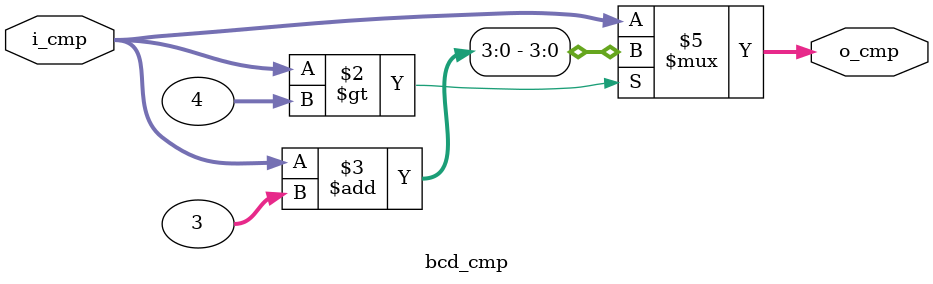
<source format=v>
module bcd_cmp(
    input  wire [3:0] i_cmp,
    output reg  [3:0] o_cmp
);

    always @(*) begin
        // 大于4加3
        if (i_cmp > 4) begin
            o_cmp = i_cmp + 3;
        end
        // 小于等于4不处理
        else begin
            o_cmp = i_cmp;
        end
    end

endmodule

</source>
